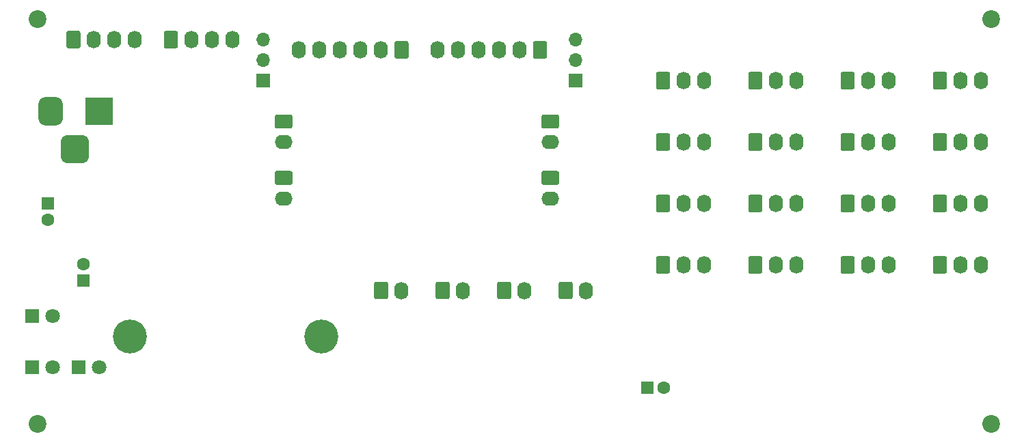
<source format=gbr>
%TF.GenerationSoftware,KiCad,Pcbnew,5.1.9+dfsg1-1*%
%TF.CreationDate,2021-10-02T14:14:08+02:00*%
%TF.ProjectId,accessory_board,61636365-7373-46f7-9279-5f626f617264,rev?*%
%TF.SameCoordinates,Original*%
%TF.FileFunction,Soldermask,Bot*%
%TF.FilePolarity,Negative*%
%FSLAX46Y46*%
G04 Gerber Fmt 4.6, Leading zero omitted, Abs format (unit mm)*
G04 Created by KiCad (PCBNEW 5.1.9+dfsg1-1) date 2021-10-02 14:14:08*
%MOMM*%
%LPD*%
G01*
G04 APERTURE LIST*
%ADD10C,2.200000*%
%ADD11C,1.600000*%
%ADD12R,1.600000X1.600000*%
%ADD13C,1.800000*%
%ADD14R,1.800000X1.800000*%
%ADD15R,3.500000X3.500000*%
%ADD16O,1.740000X2.190000*%
%ADD17O,2.190000X1.740000*%
%ADD18O,1.700000X1.700000*%
%ADD19R,1.700000X1.700000*%
%ADD20C,4.200000*%
G04 APERTURE END LIST*
D10*
%TO.C,REF\u002A\u002A*%
X156845000Y-14605000D03*
%TD*%
%TO.C,REF\u002A\u002A*%
X156845000Y-64770000D03*
%TD*%
%TO.C,REF\u002A\u002A*%
X274955000Y-64770000D03*
%TD*%
%TO.C,REF\u002A\u002A*%
X274955000Y-14605000D03*
%TD*%
D11*
%TO.C,C2*%
X158115000Y-39465000D03*
D12*
X158115000Y-37465000D03*
%TD*%
%TO.C,C4*%
X232410000Y-60325000D03*
D11*
X234410000Y-60325000D03*
%TD*%
%TO.C,C5*%
X162560000Y-44990000D03*
D12*
X162560000Y-46990000D03*
%TD*%
D13*
%TO.C,D1*%
X158750000Y-57785000D03*
D14*
X156210000Y-57785000D03*
%TD*%
%TO.C,D3*%
X156210000Y-51435000D03*
D13*
X158750000Y-51435000D03*
%TD*%
D15*
%TO.C,J1*%
X164465000Y-26035000D03*
G36*
G01*
X156965000Y-27035000D02*
X156965000Y-25035000D01*
G75*
G02*
X157715000Y-24285000I750000J0D01*
G01*
X159215000Y-24285000D01*
G75*
G02*
X159965000Y-25035000I0J-750000D01*
G01*
X159965000Y-27035000D01*
G75*
G02*
X159215000Y-27785000I-750000J0D01*
G01*
X157715000Y-27785000D01*
G75*
G02*
X156965000Y-27035000I0J750000D01*
G01*
G37*
G36*
G01*
X159715000Y-31610000D02*
X159715000Y-29860000D01*
G75*
G02*
X160590000Y-28985000I875000J0D01*
G01*
X162340000Y-28985000D01*
G75*
G02*
X163215000Y-29860000I0J-875000D01*
G01*
X163215000Y-31610000D01*
G75*
G02*
X162340000Y-32485000I-875000J0D01*
G01*
X160590000Y-32485000D01*
G75*
G02*
X159715000Y-31610000I0J875000D01*
G01*
G37*
%TD*%
D16*
%TO.C,J2*%
X168910000Y-17145000D03*
X166370000Y-17145000D03*
X163830000Y-17145000D03*
G36*
G01*
X160420000Y-17990001D02*
X160420000Y-16299999D01*
G75*
G02*
X160669999Y-16050000I249999J0D01*
G01*
X161910001Y-16050000D01*
G75*
G02*
X162160000Y-16299999I0J-249999D01*
G01*
X162160000Y-17990001D01*
G75*
G02*
X161910001Y-18240000I-249999J0D01*
G01*
X160669999Y-18240000D01*
G75*
G02*
X160420000Y-17990001I0J249999D01*
G01*
G37*
%TD*%
%TO.C,J3*%
G36*
G01*
X172485000Y-17990001D02*
X172485000Y-16299999D01*
G75*
G02*
X172734999Y-16050000I249999J0D01*
G01*
X173975001Y-16050000D01*
G75*
G02*
X174225000Y-16299999I0J-249999D01*
G01*
X174225000Y-17990001D01*
G75*
G02*
X173975001Y-18240000I-249999J0D01*
G01*
X172734999Y-18240000D01*
G75*
G02*
X172485000Y-17990001I0J249999D01*
G01*
G37*
X175895000Y-17145000D03*
X178435000Y-17145000D03*
X180975000Y-17145000D03*
%TD*%
%TO.C,J4*%
X206375000Y-18415000D03*
X208915000Y-18415000D03*
X211455000Y-18415000D03*
X213995000Y-18415000D03*
X216535000Y-18415000D03*
G36*
G01*
X219945000Y-17569999D02*
X219945000Y-19260001D01*
G75*
G02*
X219695001Y-19510000I-249999J0D01*
G01*
X218454999Y-19510000D01*
G75*
G02*
X218205000Y-19260001I0J249999D01*
G01*
X218205000Y-17569999D01*
G75*
G02*
X218454999Y-17320000I249999J0D01*
G01*
X219695001Y-17320000D01*
G75*
G02*
X219945000Y-17569999I0J-249999D01*
G01*
G37*
%TD*%
%TO.C,J5*%
G36*
G01*
X202800000Y-17569999D02*
X202800000Y-19260001D01*
G75*
G02*
X202550001Y-19510000I-249999J0D01*
G01*
X201309999Y-19510000D01*
G75*
G02*
X201060000Y-19260001I0J249999D01*
G01*
X201060000Y-17569999D01*
G75*
G02*
X201309999Y-17320000I249999J0D01*
G01*
X202550001Y-17320000D01*
G75*
G02*
X202800000Y-17569999I0J-249999D01*
G01*
G37*
X199390000Y-18415000D03*
X196850000Y-18415000D03*
X194310000Y-18415000D03*
X191770000Y-18415000D03*
X189230000Y-18415000D03*
%TD*%
%TO.C,J6*%
G36*
G01*
X219499999Y-26435000D02*
X221190001Y-26435000D01*
G75*
G02*
X221440000Y-26684999I0J-249999D01*
G01*
X221440000Y-27925001D01*
G75*
G02*
X221190001Y-28175000I-249999J0D01*
G01*
X219499999Y-28175000D01*
G75*
G02*
X219250000Y-27925001I0J249999D01*
G01*
X219250000Y-26684999D01*
G75*
G02*
X219499999Y-26435000I249999J0D01*
G01*
G37*
D17*
X220345000Y-29845000D03*
%TD*%
%TO.C,J7*%
X220345000Y-36830000D03*
G36*
G01*
X219499999Y-33420000D02*
X221190001Y-33420000D01*
G75*
G02*
X221440000Y-33669999I0J-249999D01*
G01*
X221440000Y-34910001D01*
G75*
G02*
X221190001Y-35160000I-249999J0D01*
G01*
X219499999Y-35160000D01*
G75*
G02*
X219250000Y-34910001I0J249999D01*
G01*
X219250000Y-33669999D01*
G75*
G02*
X219499999Y-33420000I249999J0D01*
G01*
G37*
%TD*%
%TO.C,J8*%
X187325000Y-36830000D03*
G36*
G01*
X186479999Y-33420000D02*
X188170001Y-33420000D01*
G75*
G02*
X188420000Y-33669999I0J-249999D01*
G01*
X188420000Y-34910001D01*
G75*
G02*
X188170001Y-35160000I-249999J0D01*
G01*
X186479999Y-35160000D01*
G75*
G02*
X186230000Y-34910001I0J249999D01*
G01*
X186230000Y-33669999D01*
G75*
G02*
X186479999Y-33420000I249999J0D01*
G01*
G37*
%TD*%
%TO.C,J9*%
G36*
G01*
X186479999Y-26435000D02*
X188170001Y-26435000D01*
G75*
G02*
X188420000Y-26684999I0J-249999D01*
G01*
X188420000Y-27925001D01*
G75*
G02*
X188170001Y-28175000I-249999J0D01*
G01*
X186479999Y-28175000D01*
G75*
G02*
X186230000Y-27925001I0J249999D01*
G01*
X186230000Y-26684999D01*
G75*
G02*
X186479999Y-26435000I249999J0D01*
G01*
G37*
X187325000Y-29845000D03*
%TD*%
%TO.C,J10*%
G36*
G01*
X233445000Y-23070001D02*
X233445000Y-21379999D01*
G75*
G02*
X233694999Y-21130000I249999J0D01*
G01*
X234935001Y-21130000D01*
G75*
G02*
X235185000Y-21379999I0J-249999D01*
G01*
X235185000Y-23070001D01*
G75*
G02*
X234935001Y-23320000I-249999J0D01*
G01*
X233694999Y-23320000D01*
G75*
G02*
X233445000Y-23070001I0J249999D01*
G01*
G37*
D16*
X236855000Y-22225000D03*
X239395000Y-22225000D03*
%TD*%
%TO.C,J11*%
X239395000Y-29845000D03*
X236855000Y-29845000D03*
G36*
G01*
X233445000Y-30690001D02*
X233445000Y-28999999D01*
G75*
G02*
X233694999Y-28750000I249999J0D01*
G01*
X234935001Y-28750000D01*
G75*
G02*
X235185000Y-28999999I0J-249999D01*
G01*
X235185000Y-30690001D01*
G75*
G02*
X234935001Y-30940000I-249999J0D01*
G01*
X233694999Y-30940000D01*
G75*
G02*
X233445000Y-30690001I0J249999D01*
G01*
G37*
%TD*%
%TO.C,J12*%
G36*
G01*
X233445000Y-38310001D02*
X233445000Y-36619999D01*
G75*
G02*
X233694999Y-36370000I249999J0D01*
G01*
X234935001Y-36370000D01*
G75*
G02*
X235185000Y-36619999I0J-249999D01*
G01*
X235185000Y-38310001D01*
G75*
G02*
X234935001Y-38560000I-249999J0D01*
G01*
X233694999Y-38560000D01*
G75*
G02*
X233445000Y-38310001I0J249999D01*
G01*
G37*
X236855000Y-37465000D03*
X239395000Y-37465000D03*
%TD*%
%TO.C,J13*%
G36*
G01*
X233445000Y-45930001D02*
X233445000Y-44239999D01*
G75*
G02*
X233694999Y-43990000I249999J0D01*
G01*
X234935001Y-43990000D01*
G75*
G02*
X235185000Y-44239999I0J-249999D01*
G01*
X235185000Y-45930001D01*
G75*
G02*
X234935001Y-46180000I-249999J0D01*
G01*
X233694999Y-46180000D01*
G75*
G02*
X233445000Y-45930001I0J249999D01*
G01*
G37*
X236855000Y-45085000D03*
X239395000Y-45085000D03*
%TD*%
%TO.C,J14*%
X250825000Y-22225000D03*
X248285000Y-22225000D03*
G36*
G01*
X244875000Y-23070001D02*
X244875000Y-21379999D01*
G75*
G02*
X245124999Y-21130000I249999J0D01*
G01*
X246365001Y-21130000D01*
G75*
G02*
X246615000Y-21379999I0J-249999D01*
G01*
X246615000Y-23070001D01*
G75*
G02*
X246365001Y-23320000I-249999J0D01*
G01*
X245124999Y-23320000D01*
G75*
G02*
X244875000Y-23070001I0J249999D01*
G01*
G37*
%TD*%
%TO.C,J15*%
G36*
G01*
X244875000Y-30690001D02*
X244875000Y-28999999D01*
G75*
G02*
X245124999Y-28750000I249999J0D01*
G01*
X246365001Y-28750000D01*
G75*
G02*
X246615000Y-28999999I0J-249999D01*
G01*
X246615000Y-30690001D01*
G75*
G02*
X246365001Y-30940000I-249999J0D01*
G01*
X245124999Y-30940000D01*
G75*
G02*
X244875000Y-30690001I0J249999D01*
G01*
G37*
X248285000Y-29845000D03*
X250825000Y-29845000D03*
%TD*%
%TO.C,J16*%
X250825000Y-37465000D03*
X248285000Y-37465000D03*
G36*
G01*
X244875000Y-38310001D02*
X244875000Y-36619999D01*
G75*
G02*
X245124999Y-36370000I249999J0D01*
G01*
X246365001Y-36370000D01*
G75*
G02*
X246615000Y-36619999I0J-249999D01*
G01*
X246615000Y-38310001D01*
G75*
G02*
X246365001Y-38560000I-249999J0D01*
G01*
X245124999Y-38560000D01*
G75*
G02*
X244875000Y-38310001I0J249999D01*
G01*
G37*
%TD*%
%TO.C,J17*%
X250825000Y-45085000D03*
X248285000Y-45085000D03*
G36*
G01*
X244875000Y-45930001D02*
X244875000Y-44239999D01*
G75*
G02*
X245124999Y-43990000I249999J0D01*
G01*
X246365001Y-43990000D01*
G75*
G02*
X246615000Y-44239999I0J-249999D01*
G01*
X246615000Y-45930001D01*
G75*
G02*
X246365001Y-46180000I-249999J0D01*
G01*
X245124999Y-46180000D01*
G75*
G02*
X244875000Y-45930001I0J249999D01*
G01*
G37*
%TD*%
%TO.C,J18*%
X262255000Y-37465000D03*
X259715000Y-37465000D03*
G36*
G01*
X256305000Y-38310001D02*
X256305000Y-36619999D01*
G75*
G02*
X256554999Y-36370000I249999J0D01*
G01*
X257795001Y-36370000D01*
G75*
G02*
X258045000Y-36619999I0J-249999D01*
G01*
X258045000Y-38310001D01*
G75*
G02*
X257795001Y-38560000I-249999J0D01*
G01*
X256554999Y-38560000D01*
G75*
G02*
X256305000Y-38310001I0J249999D01*
G01*
G37*
%TD*%
%TO.C,J19*%
G36*
G01*
X256305000Y-45930001D02*
X256305000Y-44239999D01*
G75*
G02*
X256554999Y-43990000I249999J0D01*
G01*
X257795001Y-43990000D01*
G75*
G02*
X258045000Y-44239999I0J-249999D01*
G01*
X258045000Y-45930001D01*
G75*
G02*
X257795001Y-46180000I-249999J0D01*
G01*
X256554999Y-46180000D01*
G75*
G02*
X256305000Y-45930001I0J249999D01*
G01*
G37*
X259715000Y-45085000D03*
X262255000Y-45085000D03*
%TD*%
%TO.C,J20*%
G36*
G01*
X256305000Y-23070001D02*
X256305000Y-21379999D01*
G75*
G02*
X256554999Y-21130000I249999J0D01*
G01*
X257795001Y-21130000D01*
G75*
G02*
X258045000Y-21379999I0J-249999D01*
G01*
X258045000Y-23070001D01*
G75*
G02*
X257795001Y-23320000I-249999J0D01*
G01*
X256554999Y-23320000D01*
G75*
G02*
X256305000Y-23070001I0J249999D01*
G01*
G37*
X259715000Y-22225000D03*
X262255000Y-22225000D03*
%TD*%
%TO.C,J21*%
G36*
G01*
X256305000Y-30690001D02*
X256305000Y-28999999D01*
G75*
G02*
X256554999Y-28750000I249999J0D01*
G01*
X257795001Y-28750000D01*
G75*
G02*
X258045000Y-28999999I0J-249999D01*
G01*
X258045000Y-30690001D01*
G75*
G02*
X257795001Y-30940000I-249999J0D01*
G01*
X256554999Y-30940000D01*
G75*
G02*
X256305000Y-30690001I0J249999D01*
G01*
G37*
X259715000Y-29845000D03*
X262255000Y-29845000D03*
%TD*%
%TO.C,J22*%
G36*
G01*
X198520000Y-49105001D02*
X198520000Y-47414999D01*
G75*
G02*
X198769999Y-47165000I249999J0D01*
G01*
X200010001Y-47165000D01*
G75*
G02*
X200260000Y-47414999I0J-249999D01*
G01*
X200260000Y-49105001D01*
G75*
G02*
X200010001Y-49355000I-249999J0D01*
G01*
X198769999Y-49355000D01*
G75*
G02*
X198520000Y-49105001I0J249999D01*
G01*
G37*
X201930000Y-48260000D03*
%TD*%
%TO.C,J23*%
G36*
G01*
X206140000Y-49105001D02*
X206140000Y-47414999D01*
G75*
G02*
X206389999Y-47165000I249999J0D01*
G01*
X207630001Y-47165000D01*
G75*
G02*
X207880000Y-47414999I0J-249999D01*
G01*
X207880000Y-49105001D01*
G75*
G02*
X207630001Y-49355000I-249999J0D01*
G01*
X206389999Y-49355000D01*
G75*
G02*
X206140000Y-49105001I0J249999D01*
G01*
G37*
X209550000Y-48260000D03*
%TD*%
%TO.C,J24*%
X217170000Y-48260000D03*
G36*
G01*
X213760000Y-49105001D02*
X213760000Y-47414999D01*
G75*
G02*
X214009999Y-47165000I249999J0D01*
G01*
X215250001Y-47165000D01*
G75*
G02*
X215500000Y-47414999I0J-249999D01*
G01*
X215500000Y-49105001D01*
G75*
G02*
X215250001Y-49355000I-249999J0D01*
G01*
X214009999Y-49355000D01*
G75*
G02*
X213760000Y-49105001I0J249999D01*
G01*
G37*
%TD*%
%TO.C,J25*%
X224790000Y-48260000D03*
G36*
G01*
X221380000Y-49105001D02*
X221380000Y-47414999D01*
G75*
G02*
X221629999Y-47165000I249999J0D01*
G01*
X222870001Y-47165000D01*
G75*
G02*
X223120000Y-47414999I0J-249999D01*
G01*
X223120000Y-49105001D01*
G75*
G02*
X222870001Y-49355000I-249999J0D01*
G01*
X221629999Y-49355000D01*
G75*
G02*
X221380000Y-49105001I0J249999D01*
G01*
G37*
%TD*%
%TO.C,J26*%
X273685000Y-37465000D03*
X271145000Y-37465000D03*
G36*
G01*
X267735000Y-38310001D02*
X267735000Y-36619999D01*
G75*
G02*
X267984999Y-36370000I249999J0D01*
G01*
X269225001Y-36370000D01*
G75*
G02*
X269475000Y-36619999I0J-249999D01*
G01*
X269475000Y-38310001D01*
G75*
G02*
X269225001Y-38560000I-249999J0D01*
G01*
X267984999Y-38560000D01*
G75*
G02*
X267735000Y-38310001I0J249999D01*
G01*
G37*
%TD*%
%TO.C,J27*%
X273685000Y-45085000D03*
X271145000Y-45085000D03*
G36*
G01*
X267735000Y-45930001D02*
X267735000Y-44239999D01*
G75*
G02*
X267984999Y-43990000I249999J0D01*
G01*
X269225001Y-43990000D01*
G75*
G02*
X269475000Y-44239999I0J-249999D01*
G01*
X269475000Y-45930001D01*
G75*
G02*
X269225001Y-46180000I-249999J0D01*
G01*
X267984999Y-46180000D01*
G75*
G02*
X267735000Y-45930001I0J249999D01*
G01*
G37*
%TD*%
%TO.C,J28*%
X273685000Y-22225000D03*
X271145000Y-22225000D03*
G36*
G01*
X267735000Y-23070001D02*
X267735000Y-21379999D01*
G75*
G02*
X267984999Y-21130000I249999J0D01*
G01*
X269225001Y-21130000D01*
G75*
G02*
X269475000Y-21379999I0J-249999D01*
G01*
X269475000Y-23070001D01*
G75*
G02*
X269225001Y-23320000I-249999J0D01*
G01*
X267984999Y-23320000D01*
G75*
G02*
X267735000Y-23070001I0J249999D01*
G01*
G37*
%TD*%
%TO.C,J29*%
G36*
G01*
X267735000Y-30690001D02*
X267735000Y-28999999D01*
G75*
G02*
X267984999Y-28750000I249999J0D01*
G01*
X269225001Y-28750000D01*
G75*
G02*
X269475000Y-28999999I0J-249999D01*
G01*
X269475000Y-30690001D01*
G75*
G02*
X269225001Y-30940000I-249999J0D01*
G01*
X267984999Y-30940000D01*
G75*
G02*
X267735000Y-30690001I0J249999D01*
G01*
G37*
X271145000Y-29845000D03*
X273685000Y-29845000D03*
%TD*%
D18*
%TO.C,JP1*%
X223520000Y-17145000D03*
X223520000Y-19685000D03*
D19*
X223520000Y-22225000D03*
%TD*%
%TO.C,JP2*%
X184785000Y-22225000D03*
D18*
X184785000Y-19685000D03*
X184785000Y-17145000D03*
%TD*%
D20*
%TO.C,L1*%
X168275000Y-53975000D03*
X191975000Y-53975000D03*
%TD*%
D14*
%TO.C,D4*%
X161925000Y-57785000D03*
D13*
X164465000Y-57785000D03*
%TD*%
M02*

</source>
